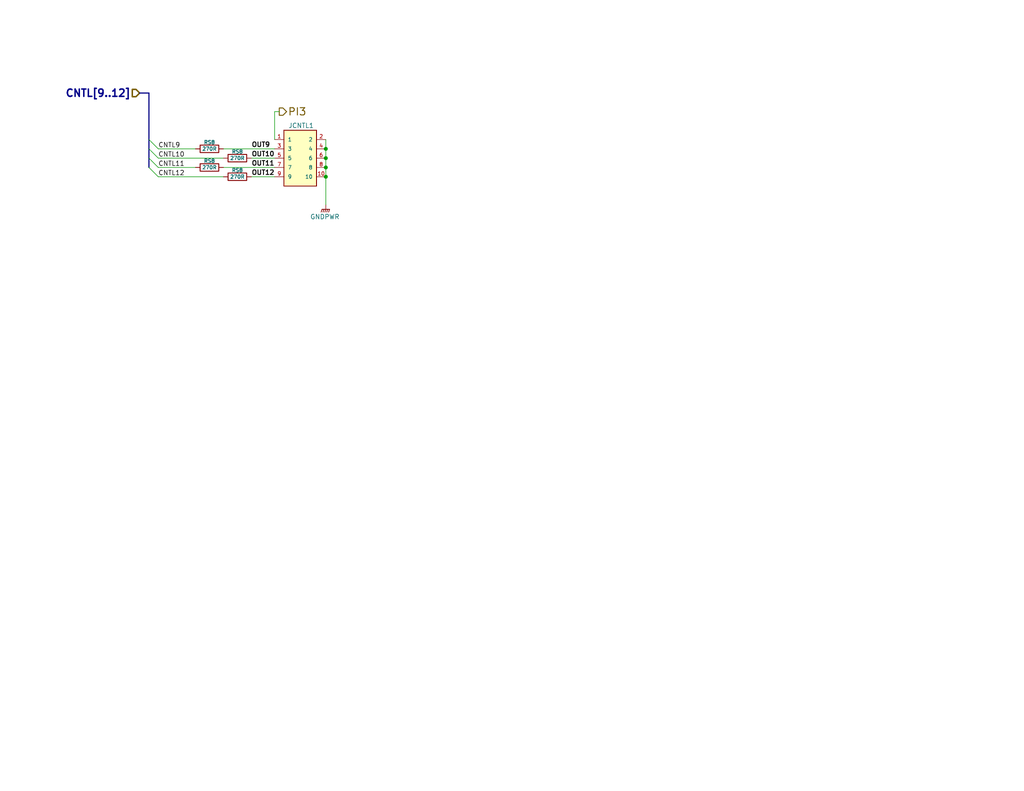
<source format=kicad_sch>
(kicad_sch (version 20230121) (generator eeschema)

  (uuid 30e18e1d-322c-4a68-b171-1638d73fa293)

  (paper "USLetter")

  (title_block
    (title "Pico W 2X SSR Control")
    (date "2023-03-15")
    (rev "0.0.2")
    (company "Michael Cummings")
    (comment 1 "https://ohwr.org/project/cernohl/wikis/Documents/CERN-OHL-version-2")
    (comment 2 "Hardware License: CERN-OHL-W")
    (comment 3 "https://creativecommons.org/licenses/by-sa/4.0/")
    (comment 4 "License: CC By SA 4.0")
  )

  (lib_symbols
    (symbol "Device:R" (pin_numbers hide) (pin_names (offset 0)) (in_bom yes) (on_board yes)
      (property "Reference" "R" (at 2.032 0 90)
        (effects (font (size 1.27 1.27)))
      )
      (property "Value" "R" (at 0 0 90)
        (effects (font (size 1.27 1.27)))
      )
      (property "Footprint" "" (at -1.778 0 90)
        (effects (font (size 1.27 1.27)) hide)
      )
      (property "Datasheet" "~" (at 0 0 0)
        (effects (font (size 1.27 1.27)) hide)
      )
      (property "ki_keywords" "R res resistor" (at 0 0 0)
        (effects (font (size 1.27 1.27)) hide)
      )
      (property "ki_description" "Resistor" (at 0 0 0)
        (effects (font (size 1.27 1.27)) hide)
      )
      (property "ki_fp_filters" "R_*" (at 0 0 0)
        (effects (font (size 1.27 1.27)) hide)
      )
      (symbol "R_0_1"
        (rectangle (start -1.016 -2.54) (end 1.016 2.54)
          (stroke (width 0.254) (type default))
          (fill (type none))
        )
      )
      (symbol "R_1_1"
        (pin passive line (at 0 3.81 270) (length 1.27)
          (name "~" (effects (font (size 1.27 1.27))))
          (number "1" (effects (font (size 1.27 1.27))))
        )
        (pin passive line (at 0 -3.81 90) (length 1.27)
          (name "~" (effects (font (size 1.27 1.27))))
          (number "2" (effects (font (size 1.27 1.27))))
        )
      )
    )
    (symbol "SHF-105-01-L-D-RA_1" (pin_names (offset 1.016)) (in_bom yes) (on_board yes)
      (property "Reference" "JCNTL1" (at 0.254 8.89 0)
        (effects (font (size 1.27 1.27)))
      )
      (property "Value" "SHF-105-01-L-D-RA_1" (at 0 -43.18 0)
        (effects (font (size 1.27 1.27)) (justify left bottom) hide)
      )
      (property "Footprint" "dragon_mobile:SAMTEC_SHF-105-01-L-D-RA" (at 0 -16.51 0)
        (effects (font (size 1.27 1.27)) (justify left bottom) hide)
      )
      (property "Datasheet" "https://www.mouser.com/datasheet/2/527/shf-2854584.pdf" (at 0 -19.05 0)
        (effects (font (size 1.27 1.27)) (justify left bottom) hide)
      )
      (property "Description" "Headers & Wire Housings Shrouded Terminal Strip, 0.050\"(1.27mm) pitch, Pin(Male), Right Angle, IDC; 10 Pos. 2 Rows;" (at 0 -21.59 0)
        (effects (font (size 1.27 1.27)) (justify left bottom) hide)
      )
      (property "MFN" "Samtec" (at 0 -24.13 0)
        (effects (font (size 1.27 1.27)) (justify left bottom) hide)
      )
      (property "MFP" "SHF-105-01-L-D-RA-TR" (at 0 -26.67 0)
        (effects (font (size 1.27 1.27)) (justify left bottom) hide)
      )
      (property "Type" "THT" (at 0 -29.21 0)
        (effects (font (size 1.27 1.27)) (justify left bottom) hide)
      )
      (property "Height (mm)" "5.33" (at 0 -31.75 0)
        (effects (font (size 1.27 1.27)) (justify left bottom) hide)
      )
      (property "Mouser Part Number" "200-SHF10501LDRATR" (at 0 -34.29 0)
        (effects (font (size 1.27 1.27)) (justify left bottom) hide)
      )
      (property "Mouser Price/Stock" "https://www.mouser.com/ProductDetail/Samtec/SHF-105-01-L-D-RA-TR?qs=%252BZP6%2F%252BtExtA3jdVUpsGHlg%3D%3D" (at 0 -36.83 0)
        (effects (font (size 1.27 1.27)) (justify left bottom) hide)
      )
      (property "Package" "Other" (at 0 -44.704 0)
        (effects (font (size 1.27 1.27)) (justify left) hide)
      )
      (property "Characteristics" "Headers & Wire Housings Shrouded Terminal Strip, 0.050\"(1.27mm) pitch, Pin(Male), Right Angle, IDC; 10 Pos. 2 Rows;" (at 0 -39.37 0)
        (effects (font (size 1.27 1.27)) (justify left) hide)
      )
      (property "ki_keywords" "Connector" (at 0 0 0)
        (effects (font (size 1.27 1.27)) hide)
      )
      (property "ki_description" "Shrouded Terminal Strip, 0.050'' pitch, SHF-105-01-L-D-RA" (at 0 0 0)
        (effects (font (size 1.27 1.27)) hide)
      )
      (symbol "SHF-105-01-L-D-RA_1_0_0"
        (rectangle (start -4.445 7.62) (end 4.445 -7.62)
          (stroke (width 0.254) (type default))
          (fill (type background))
        )
        (pin power_out line (at -6.985 5.08 0) (length 2.54)
          (name "1" (effects (font (size 1.016 1.016))))
          (number "1" (effects (font (size 1.016 1.016))))
        )
        (pin passive line (at 6.985 -5.08 180) (length 2.54)
          (name "10" (effects (font (size 1.016 1.016))))
          (number "10" (effects (font (size 1.016 1.016))))
        )
        (pin passive line (at 6.985 5.08 180) (length 2.54)
          (name "2" (effects (font (size 1.016 1.016))))
          (number "2" (effects (font (size 1.016 1.016))))
        )
        (pin passive line (at -6.985 2.54 0) (length 2.54)
          (name "3" (effects (font (size 1.016 1.016))))
          (number "3" (effects (font (size 1.016 1.016))))
        )
        (pin passive line (at 6.985 2.54 180) (length 2.54)
          (name "4" (effects (font (size 1.016 1.016))))
          (number "4" (effects (font (size 1.016 1.016))))
        )
        (pin passive line (at -6.985 0 0) (length 2.54)
          (name "5" (effects (font (size 1.016 1.016))))
          (number "5" (effects (font (size 1.016 1.016))))
        )
        (pin passive line (at 6.985 0 180) (length 2.54)
          (name "6" (effects (font (size 1.016 1.016))))
          (number "6" (effects (font (size 1.016 1.016))))
        )
        (pin passive line (at -6.985 -2.54 0) (length 2.54)
          (name "7" (effects (font (size 1.016 1.016))))
          (number "7" (effects (font (size 1.016 1.016))))
        )
        (pin passive line (at 6.985 -2.54 180) (length 2.54)
          (name "8" (effects (font (size 1.016 1.016))))
          (number "8" (effects (font (size 1.016 1.016))))
        )
        (pin passive line (at -6.985 -5.08 0) (length 2.54)
          (name "9" (effects (font (size 1.016 1.016))))
          (number "9" (effects (font (size 1.016 1.016))))
        )
      )
    )
    (symbol "power:GNDPWR" (power) (pin_names (offset 0)) (in_bom yes) (on_board yes)
      (property "Reference" "#PWR" (at 0 -5.08 0)
        (effects (font (size 1.27 1.27)) hide)
      )
      (property "Value" "GNDPWR" (at 0 -3.302 0)
        (effects (font (size 1.27 1.27)))
      )
      (property "Footprint" "" (at 0 -1.27 0)
        (effects (font (size 1.27 1.27)) hide)
      )
      (property "Datasheet" "" (at 0 -1.27 0)
        (effects (font (size 1.27 1.27)) hide)
      )
      (property "ki_keywords" "global ground" (at 0 0 0)
        (effects (font (size 1.27 1.27)) hide)
      )
      (property "ki_description" "Power symbol creates a global label with name \"GNDPWR\" , global ground" (at 0 0 0)
        (effects (font (size 1.27 1.27)) hide)
      )
      (symbol "GNDPWR_0_1"
        (polyline
          (pts
            (xy 0 -1.27)
            (xy 0 0)
          )
          (stroke (width 0) (type default))
          (fill (type none))
        )
        (polyline
          (pts
            (xy -1.016 -1.27)
            (xy -1.27 -2.032)
            (xy -1.27 -2.032)
          )
          (stroke (width 0.2032) (type default))
          (fill (type none))
        )
        (polyline
          (pts
            (xy -0.508 -1.27)
            (xy -0.762 -2.032)
            (xy -0.762 -2.032)
          )
          (stroke (width 0.2032) (type default))
          (fill (type none))
        )
        (polyline
          (pts
            (xy 0 -1.27)
            (xy -0.254 -2.032)
            (xy -0.254 -2.032)
          )
          (stroke (width 0.2032) (type default))
          (fill (type none))
        )
        (polyline
          (pts
            (xy 0.508 -1.27)
            (xy 0.254 -2.032)
            (xy 0.254 -2.032)
          )
          (stroke (width 0.2032) (type default))
          (fill (type none))
        )
        (polyline
          (pts
            (xy 1.016 -1.27)
            (xy -1.016 -1.27)
            (xy -1.016 -1.27)
          )
          (stroke (width 0.2032) (type default))
          (fill (type none))
        )
        (polyline
          (pts
            (xy 1.016 -1.27)
            (xy 0.762 -2.032)
            (xy 0.762 -2.032)
            (xy 0.762 -2.032)
          )
          (stroke (width 0.2032) (type default))
          (fill (type none))
        )
      )
      (symbol "GNDPWR_1_1"
        (pin power_in line (at 0 0 270) (length 0) hide
          (name "GNDPWR" (effects (font (size 1.27 1.27))))
          (number "1" (effects (font (size 1.27 1.27))))
        )
      )
    )
  )

  (junction (at 88.9 48.26) (diameter 0) (color 0 0 0 0)
    (uuid 12b34209-f1e4-458a-8d0b-2554b7f79a41)
  )
  (junction (at 88.9 43.18) (diameter 0) (color 0 0 0 0)
    (uuid a4d83112-7675-45f1-aafb-2d1bb62c2f78)
  )
  (junction (at 88.9 40.64) (diameter 0) (color 0 0 0 0)
    (uuid a7f1e9a7-dda2-49fc-ae61-96954fde9e75)
  )
  (junction (at 88.9 45.72) (diameter 0) (color 0 0 0 0)
    (uuid a8ba3225-dca0-4400-94cc-d901bfb1de4b)
  )

  (bus_entry (at 40.64 40.64) (size 2.54 2.54)
    (stroke (width 0) (type default))
    (uuid 4228f2b6-7aa7-4347-ab0c-59fdd8bb7da3)
  )
  (bus_entry (at 40.64 38.1) (size 2.54 2.54)
    (stroke (width 0) (type default))
    (uuid 4ed0e551-bf75-4f44-8bdb-39e664404ad1)
  )
  (bus_entry (at 40.64 45.72) (size 2.54 2.54)
    (stroke (width 0) (type default))
    (uuid 72110371-512d-479a-8380-8adbde847dcf)
  )
  (bus_entry (at 40.64 43.18) (size 2.54 2.54)
    (stroke (width 0) (type default))
    (uuid a0caa246-54d5-4e0d-b9d3-6276315e98ab)
  )

  (wire (pts (xy 88.9 40.64) (xy 88.9 43.18))
    (stroke (width 0) (type default))
    (uuid 005ac37e-ea76-4837-8217-32939a8e2fe1)
  )
  (wire (pts (xy 60.96 40.64) (xy 74.93 40.64))
    (stroke (width 0) (type default))
    (uuid 152d5c26-4e99-4cc7-8ba9-69881e6c28dc)
  )
  (bus (pts (xy 40.64 38.1) (xy 40.64 40.64))
    (stroke (width 0) (type default))
    (uuid 18dbc606-442a-4e07-a8e1-2f4f2ca7eed0)
  )

  (wire (pts (xy 43.18 48.26) (xy 60.96 48.26))
    (stroke (width 0) (type default))
    (uuid 1940f4c5-3fe3-4d4e-87e0-5fb9214543f7)
  )
  (wire (pts (xy 60.96 45.72) (xy 74.93 45.72))
    (stroke (width 0) (type default))
    (uuid 1f5bc497-e113-4c87-9a2c-2724909c6de8)
  )
  (wire (pts (xy 88.9 38.1) (xy 88.9 40.64))
    (stroke (width 0) (type default))
    (uuid 2b8bd41e-4b9a-44d2-bd4b-b825f89a78d5)
  )
  (wire (pts (xy 88.9 45.72) (xy 88.9 48.26))
    (stroke (width 0) (type default))
    (uuid 36fbb9e2-9eac-4233-a58c-44fe21122431)
  )
  (wire (pts (xy 43.18 45.72) (xy 53.34 45.72))
    (stroke (width 0) (type default))
    (uuid 3bc07d0b-45fe-4212-bdc1-40c5b04fcca0)
  )
  (bus (pts (xy 40.64 40.64) (xy 40.64 43.18))
    (stroke (width 0) (type default))
    (uuid 68ea4f5c-3eea-422f-a10c-09ce8930d65d)
  )

  (wire (pts (xy 74.93 30.48) (xy 76.2 30.48))
    (stroke (width 0) (type default))
    (uuid 715efa54-b7cc-43fe-9c64-6c9fd2d6ab47)
  )
  (wire (pts (xy 68.58 48.26) (xy 74.93 48.26))
    (stroke (width 0) (type default))
    (uuid 7b7970f9-0469-455d-b7b7-f723fc9e221b)
  )
  (bus (pts (xy 40.64 43.18) (xy 40.64 45.72))
    (stroke (width 0) (type default))
    (uuid 84747060-6d81-4602-85c7-2a39cf512a16)
  )

  (wire (pts (xy 88.9 43.18) (xy 88.9 45.72))
    (stroke (width 0) (type default))
    (uuid 8648355c-01f7-4b04-9a28-c576bdcc61be)
  )
  (bus (pts (xy 38.1 25.4) (xy 40.64 25.4))
    (stroke (width 0) (type default))
    (uuid b52b2ff8-8183-447d-bde4-72266e0038aa)
  )

  (wire (pts (xy 68.58 43.18) (xy 74.93 43.18))
    (stroke (width 0) (type default))
    (uuid ba230d95-67db-449e-8452-4f9eb9df8789)
  )
  (bus (pts (xy 40.64 25.4) (xy 40.64 38.1))
    (stroke (width 0) (type default))
    (uuid cba87f7a-e44e-4b39-bcc4-8d89fe7d26f7)
  )

  (wire (pts (xy 88.9 48.26) (xy 88.9 55.88))
    (stroke (width 0) (type default))
    (uuid e217af21-0ef7-499e-85de-08468b4795ce)
  )
  (wire (pts (xy 43.18 40.64) (xy 53.34 40.64))
    (stroke (width 0) (type default))
    (uuid e5c1b5a9-8e36-45f4-873d-616ea1abd9d2)
  )
  (wire (pts (xy 74.93 38.1) (xy 74.93 30.48))
    (stroke (width 0) (type default))
    (uuid ec836c9b-baa7-4129-a2de-059341a74616)
  )
  (wire (pts (xy 43.18 43.18) (xy 60.96 43.18))
    (stroke (width 0) (type default))
    (uuid f90d4739-18fd-486b-a35d-d9a220087c71)
  )

  (text "${SHEETNAME}" (at 12.7 17.78 0)
    (effects (font (size 4 4) bold) (justify left bottom))
    (uuid 976f2656-4519-4d06-a2b3-d5e3cec1bd9f)
  )

  (label "CNTL12" (at 43.18 48.26 0) (fields_autoplaced)
    (effects (font (size 1.27 1.27)) (justify left bottom))
    (uuid 27f07b15-d542-4d67-b958-3606ec88caa4)
  )
  (label "CNTL11" (at 43.18 45.72 0) (fields_autoplaced)
    (effects (font (size 1.27 1.27)) (justify left bottom))
    (uuid 499874ed-80f1-4b59-8083-88efcc9708cd)
  )
  (label "OUT12" (at 68.58 48.26 0) (fields_autoplaced)
    (effects (font (size 1.27 1.27) bold) (justify left bottom))
    (uuid 6fee4162-794f-4e64-83dd-b6faa46a8cb0)
  )
  (label "OUT11" (at 68.58 45.72 0) (fields_autoplaced)
    (effects (font (size 1.27 1.27) bold) (justify left bottom))
    (uuid 784c542e-72c8-42fa-8742-264c899ce989)
  )
  (label "OUT9" (at 68.58 40.64 0) (fields_autoplaced)
    (effects (font (size 1.27 1.27) bold) (justify left bottom))
    (uuid 7b653de6-61bf-4420-a49c-8ecaf587660c)
  )
  (label "CNTL9" (at 43.18 40.64 0) (fields_autoplaced)
    (effects (font (size 1.27 1.27)) (justify left bottom))
    (uuid c5710b68-7d2c-49de-ab55-6c4e1ceb6e4f)
  )
  (label "OUT10" (at 68.58 43.18 0) (fields_autoplaced)
    (effects (font (size 1.27 1.27) bold) (justify left bottom))
    (uuid d906fd54-32cc-416a-a5be-7d58f7bebbbf)
  )
  (label "CNTL10" (at 43.18 43.18 0) (fields_autoplaced)
    (effects (font (size 1.27 1.27)) (justify left bottom))
    (uuid e79ac3b6-8e71-4288-86be-6add7ceb40d6)
  )

  (hierarchical_label "CNTL[9..12]" (shape input) (at 38.1 25.4 180) (fields_autoplaced)
    (effects (font (size 2 2) bold) (justify right))
    (uuid 26066307-66eb-4b84-8a7b-1b8604568a86)
  )
  (hierarchical_label "PI3" (shape output) (at 76.2 30.48 0) (fields_autoplaced)
    (effects (font (size 2 2) (thickness 0.254) bold) (justify left))
    (uuid 61aae1c4-d16f-4f53-82e7-dd9f0fe2f0dc)
  )

  (symbol (lib_id "power:GNDPWR") (at 88.9 55.88 0) (unit 1)
    (in_bom yes) (on_board yes) (dnp no)
    (uuid 0ecd4d56-f2bc-4bc3-b07a-2dae2d35a89a)
    (property "Reference" "#PWR021" (at 88.9 60.96 0)
      (effects (font (size 1.27 1.27)) hide)
    )
    (property "Value" "GNDPWR" (at 88.646 59.182 0)
      (effects (font (size 1.27 1.27)))
    )
    (property "Footprint" "" (at 88.9 57.15 0)
      (effects (font (size 1.27 1.27)) hide)
    )
    (property "Datasheet" "" (at 88.9 57.15 0)
      (effects (font (size 1.27 1.27)) hide)
    )
    (pin "1" (uuid 09492ae5-a608-43a5-9f9e-27a0a60c9638))
    (instances
      (project "picow_2x_ssr_control"
        (path "/f6e5fabc-8c1a-4af2-9249-71e11b201fe5/2835c2db-5d5d-4820-9ac0-d4b410ef235e"
          (reference "#PWR021") (unit 1)
        )
      )
    )
  )

  (symbol (lib_name "SHF-105-01-L-D-RA_1") (lib_id "dragon_mobile:SHF-105-01-L-D-RA") (at 81.915 43.18 0) (unit 1)
    (in_bom yes) (on_board yes) (dnp no)
    (uuid 2090df06-311b-42ce-91dc-eab5d054e1b1)
    (property "Reference" "JCNTL1" (at 82.169 34.29 0)
      (effects (font (size 1.27 1.27)))
    )
    (property "Value" "SHF-105-01-L-D-RA" (at 81.915 86.36 0)
      (effects (font (size 1.27 1.27)) (justify left bottom) hide)
    )
    (property "Footprint" "dragon_mobile:SAMTEC_SHF-105-01-L-D-RA" (at 81.915 59.69 0)
      (effects (font (size 1.27 1.27)) (justify left bottom) hide)
    )
    (property "Datasheet" "https://www.mouser.com/datasheet/2/527/shf-2854584.pdf" (at 81.915 62.23 0)
      (effects (font (size 1.27 1.27)) (justify left bottom) hide)
    )
    (property "Description" "Headers & Wire Housings Shrouded Terminal Strip, 0.050\"(1.27mm) pitch, Pin(Male), Right Angle, IDC; 10 Pos. 2 Rows;" (at 81.915 64.77 0)
      (effects (font (size 1.27 1.27)) (justify left bottom) hide)
    )
    (property "MFN" "Samtec" (at 81.915 67.31 0)
      (effects (font (size 1.27 1.27)) (justify left bottom) hide)
    )
    (property "MFP" "SHF-105-01-L-D-RA-TR" (at 81.915 69.85 0)
      (effects (font (size 1.27 1.27)) (justify left bottom) hide)
    )
    (property "Type" "THT" (at 81.915 72.39 0)
      (effects (font (size 1.27 1.27)) (justify left bottom) hide)
    )
    (property "Height (mm)" "5.33" (at 81.915 74.93 0)
      (effects (font (size 1.27 1.27)) (justify left bottom) hide)
    )
    (property "Mouser Part Number" "200-SHF10501LDRATR" (at 81.915 77.47 0)
      (effects (font (size 1.27 1.27)) (justify left bottom) hide)
    )
    (property "Mouser Price/Stock" "https://www.mouser.com/ProductDetail/Samtec/SHF-105-01-L-D-RA-TR?qs=%252BZP6%2F%252BtExtA3jdVUpsGHlg%3D%3D" (at 81.915 80.01 0)
      (effects (font (size 1.27 1.27)) (justify left bottom) hide)
    )
    (property "Package" "Other" (at 81.915 87.884 0)
      (effects (font (size 1.27 1.27)) (justify left) hide)
    )
    (property "Characteristics" "Headers & Wire Housings Shrouded Terminal Strip, 0.050\"(1.27mm) pitch, Pin(Male), Right Angle, IDC; 10 Pos. 2 Rows;" (at 81.915 82.55 0)
      (effects (font (size 1.27 1.27)) (justify left) hide)
    )
    (property "Your Instructions/Notes" "" (at 81.915 43.18 0)
      (effects (font (size 1.27 1.27)) hide)
    )
    (pin "1" (uuid 9cd1bfba-64f9-483a-a95e-561e344d9cfe))
    (pin "10" (uuid 3e86b567-0eec-4598-a2a3-a5621dfa28af))
    (pin "2" (uuid a9f2edc1-66e7-46c2-b3b9-424054532889))
    (pin "3" (uuid 19cf4e20-f145-465d-8582-d5de46939858))
    (pin "4" (uuid ce55edf4-8b01-4fb8-ba6c-fd41123a0236))
    (pin "5" (uuid 205e070f-1b92-4873-a29a-84b730b8a0e6))
    (pin "6" (uuid dbb80cd5-925f-4931-8f1e-7172fc7db171))
    (pin "7" (uuid 823a7322-1f6a-447e-834d-3bf17bf0b5ac))
    (pin "8" (uuid 02e96eb1-9a41-4f8b-9726-41f3663f3c88))
    (pin "9" (uuid 4a8fec30-9cd5-42bd-b78a-d1d27cd9822e))
    (instances
      (project "picow_ssr_control"
        (path "/04b3a773-2568-4dd5-b3b9-f3130861ac39/9a31bd8a-9f6c-42a4-99bd-41703d57702f"
          (reference "JCNTL1") (unit 1)
        )
      )
      (project "picow_2x_ssr_control"
        (path "/f6e5fabc-8c1a-4af2-9249-71e11b201fe5/b030494e-edcd-426b-bd17-96113362cfcc"
          (reference "JCNTL1") (unit 1)
        )
        (path "/f6e5fabc-8c1a-4af2-9249-71e11b201fe5/2835c2db-5d5d-4820-9ac0-d4b410ef235e"
          (reference "JCTL3") (unit 1)
        )
      )
    )
  )

  (symbol (lib_id "Device:R") (at 57.15 40.64 90) (mirror x) (unit 1)
    (in_bom yes) (on_board yes) (dnp no)
    (uuid 25d70bd3-f8e7-4408-84b4-e38317fec799)
    (property "Reference" "RS8" (at 57.15 38.862 90)
      (effects (font (size 1 1)))
    )
    (property "Value" "270R" (at 57.15 40.64 90)
      (effects (font (size 1 1)))
    )
    (property "Footprint" "Resistor_SMD:R_0603_1608Metric" (at 57.15 38.862 90)
      (effects (font (size 1.27 1.27)) hide)
    )
    (property "Datasheet" "https://www.mouser.com/datasheet/2/348/ROHM_S_A0011096274_1-2563284.pdf" (at 57.15 40.64 0)
      (effects (font (size 1.27 1.27)) hide)
    )
    (property "Description" "270Ohms; 300mW; SMD (0603) 5% Anti Surge AEC-Q200" (at 57.15 40.64 0)
      (effects (font (size 1.27 1.27)) hide)
    )
    (property "Package" "0603" (at 57.15 40.64 0)
      (effects (font (size 1.27 1.27)) hide)
    )
    (property "Type" "SMD" (at 57.15 40.64 0)
      (effects (font (size 1.27 1.27)) hide)
    )
    (property "Characteristics" "270Ohms; 300mW; SMD (0603) 5% Anti Surge AEC-Q200" (at 57.15 40.64 0)
      (effects (font (size 1.27 1.27)) hide)
    )
    (property "MFN" "ROHM Semiconductor" (at 57.15 40.64 0)
      (effects (font (size 1.27 1.27)) hide)
    )
    (property "MFP" "SDR03EZPJ271" (at 57.15 40.64 0)
      (effects (font (size 1.27 1.27)) hide)
    )
    (property "Mouser Part Number" "755-SDR03EZPJ271" (at 57.15 40.64 0)
      (effects (font (size 1.27 1.27)) hide)
    )
    (property "Mouser Price/Stock" "https://www.mouser.com/ProductDetail/ROHM-Semiconductor/SDR03EZPJ271?qs=byeeYqUIh0MS4rgfOqr31Q%3D%3D" (at 57.15 40.64 0)
      (effects (font (size 1.27 1.27)) hide)
    )
    (property "Height (mm)" "0.45" (at 57.15 40.64 0)
      (effects (font (size 1.27 1.27)) hide)
    )
    (pin "1" (uuid a9bb2f0b-2372-4caa-8123-23995b16e1c5))
    (pin "2" (uuid d9d7664f-f867-4ea1-96cd-ed62a0623258))
    (instances
      (project "picow_ssr_control"
        (path "/04b3a773-2568-4dd5-b3b9-f3130861ac39/9a31bd8a-9f6c-42a4-99bd-41703d57702f"
          (reference "RS8") (unit 1)
        )
      )
      (project "picow_2x_ssr_control"
        (path "/f6e5fabc-8c1a-4af2-9249-71e11b201fe5/2835c2db-5d5d-4820-9ac0-d4b410ef235e"
          (reference "RS9") (unit 1)
        )
      )
    )
  )

  (symbol (lib_id "Device:R") (at 57.15 45.72 90) (mirror x) (unit 1)
    (in_bom yes) (on_board yes) (dnp no)
    (uuid 50b55251-d6d0-4648-b0ca-f36a03f2ec60)
    (property "Reference" "RS8" (at 57.15 43.942 90)
      (effects (font (size 1 1)))
    )
    (property "Value" "270R" (at 57.15 45.72 90)
      (effects (font (size 1 1)))
    )
    (property "Footprint" "Resistor_SMD:R_0603_1608Metric" (at 57.15 43.942 90)
      (effects (font (size 1.27 1.27)) hide)
    )
    (property "Datasheet" "https://www.mouser.com/datasheet/2/348/ROHM_S_A0011096274_1-2563284.pdf" (at 57.15 45.72 0)
      (effects (font (size 1.27 1.27)) hide)
    )
    (property "Description" "270Ohms; 300mW; SMD (0603) 5% Anti Surge AEC-Q200" (at 57.15 45.72 0)
      (effects (font (size 1.27 1.27)) hide)
    )
    (property "Package" "0603" (at 57.15 45.72 0)
      (effects (font (size 1.27 1.27)) hide)
    )
    (property "Type" "SMD" (at 57.15 45.72 0)
      (effects (font (size 1.27 1.27)) hide)
    )
    (property "Characteristics" "270Ohms; 300mW; SMD (0603) 5% Anti Surge AEC-Q200" (at 57.15 45.72 0)
      (effects (font (size 1.27 1.27)) hide)
    )
    (property "MFN" "ROHM Semiconductor" (at 57.15 45.72 0)
      (effects (font (size 1.27 1.27)) hide)
    )
    (property "MFP" "SDR03EZPJ271" (at 57.15 45.72 0)
      (effects (font (size 1.27 1.27)) hide)
    )
    (property "Mouser Part Number" "755-SDR03EZPJ271" (at 57.15 45.72 0)
      (effects (font (size 1.27 1.27)) hide)
    )
    (property "Mouser Price/Stock" "https://www.mouser.com/ProductDetail/ROHM-Semiconductor/SDR03EZPJ271?qs=byeeYqUIh0MS4rgfOqr31Q%3D%3D" (at 57.15 45.72 0)
      (effects (font (size 1.27 1.27)) hide)
    )
    (property "Height (mm)" "0.45" (at 57.15 45.72 0)
      (effects (font (size 1.27 1.27)) hide)
    )
    (pin "1" (uuid dcb58082-107b-47ef-9149-5def1baddd9f))
    (pin "2" (uuid 94cfa015-7d79-4ce1-825e-a466b9668713))
    (instances
      (project "picow_ssr_control"
        (path "/04b3a773-2568-4dd5-b3b9-f3130861ac39/9a31bd8a-9f6c-42a4-99bd-41703d57702f"
          (reference "RS8") (unit 1)
        )
      )
      (project "picow_2x_ssr_control"
        (path "/f6e5fabc-8c1a-4af2-9249-71e11b201fe5/2835c2db-5d5d-4820-9ac0-d4b410ef235e"
          (reference "RS11") (unit 1)
        )
      )
    )
  )

  (symbol (lib_id "Device:R") (at 64.77 48.26 90) (mirror x) (unit 1)
    (in_bom yes) (on_board yes) (dnp no)
    (uuid 53069a4b-a304-4260-9b02-bbc0ad99868a)
    (property "Reference" "RS8" (at 64.77 46.482 90)
      (effects (font (size 1 1)))
    )
    (property "Value" "270R" (at 64.77 48.26 90)
      (effects (font (size 1 1)))
    )
    (property "Footprint" "Resistor_SMD:R_0603_1608Metric" (at 64.77 46.482 90)
      (effects (font (size 1.27 1.27)) hide)
    )
    (property "Datasheet" "https://www.mouser.com/datasheet/2/348/ROHM_S_A0011096274_1-2563284.pdf" (at 64.77 48.26 0)
      (effects (font (size 1.27 1.27)) hide)
    )
    (property "Description" "270Ohms; 300mW; SMD (0603) 5% Anti Surge AEC-Q200" (at 64.77 48.26 0)
      (effects (font (size 1.27 1.27)) hide)
    )
    (property "Package" "0603" (at 64.77 48.26 0)
      (effects (font (size 1.27 1.27)) hide)
    )
    (property "Type" "SMD" (at 64.77 48.26 0)
      (effects (font (size 1.27 1.27)) hide)
    )
    (property "Characteristics" "270Ohms; 300mW; SMD (0603) 5% Anti Surge AEC-Q200" (at 64.77 48.26 0)
      (effects (font (size 1.27 1.27)) hide)
    )
    (property "MFN" "ROHM Semiconductor" (at 64.77 48.26 0)
      (effects (font (size 1.27 1.27)) hide)
    )
    (property "MFP" "SDR03EZPJ271" (at 64.77 48.26 0)
      (effects (font (size 1.27 1.27)) hide)
    )
    (property "Mouser Part Number" "755-SDR03EZPJ271" (at 64.77 48.26 0)
      (effects (font (size 1.27 1.27)) hide)
    )
    (property "Mouser Price/Stock" "https://www.mouser.com/ProductDetail/ROHM-Semiconductor/SDR03EZPJ271?qs=byeeYqUIh0MS4rgfOqr31Q%3D%3D" (at 64.77 48.26 0)
      (effects (font (size 1.27 1.27)) hide)
    )
    (property "Height (mm)" "0.45" (at 64.77 48.26 0)
      (effects (font (size 1.27 1.27)) hide)
    )
    (pin "1" (uuid bdddabce-6e5d-4a71-9557-fcedb8f2f965))
    (pin "2" (uuid eb2acc44-744f-4c71-9016-3e0723d86ffc))
    (instances
      (project "picow_ssr_control"
        (path "/04b3a773-2568-4dd5-b3b9-f3130861ac39/9a31bd8a-9f6c-42a4-99bd-41703d57702f"
          (reference "RS8") (unit 1)
        )
      )
      (project "picow_2x_ssr_control"
        (path "/f6e5fabc-8c1a-4af2-9249-71e11b201fe5/2835c2db-5d5d-4820-9ac0-d4b410ef235e"
          (reference "RS12") (unit 1)
        )
      )
    )
  )

  (symbol (lib_id "Device:R") (at 64.77 43.18 90) (mirror x) (unit 1)
    (in_bom yes) (on_board yes) (dnp no)
    (uuid b07d39a8-1fb2-4dbd-b26e-fc4576b7767c)
    (property "Reference" "RS8" (at 64.77 41.402 90)
      (effects (font (size 1 1)))
    )
    (property "Value" "270R" (at 64.77 43.18 90)
      (effects (font (size 1 1)))
    )
    (property "Footprint" "Resistor_SMD:R_0603_1608Metric" (at 64.77 41.402 90)
      (effects (font (size 1.27 1.27)) hide)
    )
    (property "Datasheet" "https://www.mouser.com/datasheet/2/348/ROHM_S_A0011096274_1-2563284.pdf" (at 64.77 43.18 0)
      (effects (font (size 1.27 1.27)) hide)
    )
    (property "Description" "270Ohms; 300mW; SMD (0603) 5% Anti Surge AEC-Q200" (at 64.77 43.18 0)
      (effects (font (size 1.27 1.27)) hide)
    )
    (property "Package" "0603" (at 64.77 43.18 0)
      (effects (font (size 1.27 1.27)) hide)
    )
    (property "Type" "SMD" (at 64.77 43.18 0)
      (effects (font (size 1.27 1.27)) hide)
    )
    (property "Characteristics" "270Ohms; 300mW; SMD (0603) 5% Anti Surge AEC-Q200" (at 64.77 43.18 0)
      (effects (font (size 1.27 1.27)) hide)
    )
    (property "MFN" "ROHM Semiconductor" (at 64.77 43.18 0)
      (effects (font (size 1.27 1.27)) hide)
    )
    (property "MFP" "SDR03EZPJ271" (at 64.77 43.18 0)
      (effects (font (size 1.27 1.27)) hide)
    )
    (property "Mouser Part Number" "755-SDR03EZPJ271" (at 64.77 43.18 0)
      (effects (font (size 1.27 1.27)) hide)
    )
    (property "Mouser Price/Stock" "https://www.mouser.com/ProductDetail/ROHM-Semiconductor/SDR03EZPJ271?qs=byeeYqUIh0MS4rgfOqr31Q%3D%3D" (at 64.77 43.18 0)
      (effects (font (size 1.27 1.27)) hide)
    )
    (property "Height (mm)" "0.45" (at 64.77 43.18 0)
      (effects (font (size 1.27 1.27)) hide)
    )
    (pin "1" (uuid ff5f7d1b-515d-42e6-a711-843ff23e42ea))
    (pin "2" (uuid 6efff368-f5bf-4b4f-9c9e-5ffe75d384cc))
    (instances
      (project "picow_ssr_control"
        (path "/04b3a773-2568-4dd5-b3b9-f3130861ac39/9a31bd8a-9f6c-42a4-99bd-41703d57702f"
          (reference "RS8") (unit 1)
        )
      )
      (project "picow_2x_ssr_control"
        (path "/f6e5fabc-8c1a-4af2-9249-71e11b201fe5/2835c2db-5d5d-4820-9ac0-d4b410ef235e"
          (reference "RS10") (unit 1)
        )
      )
    )
  )
)

</source>
